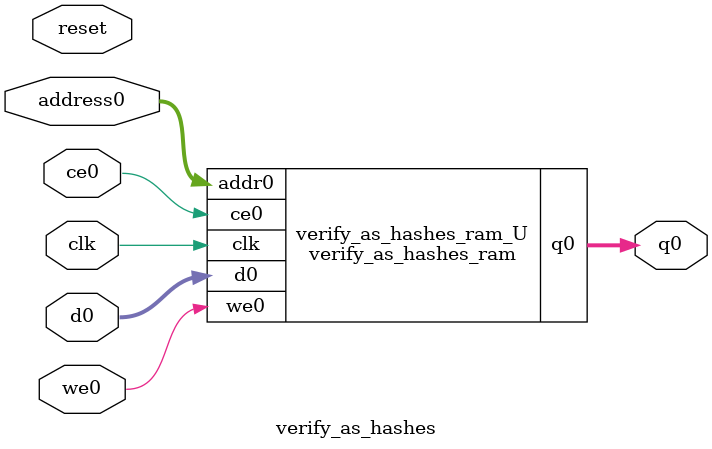
<source format=v>
`timescale 1 ns / 1 ps
module verify_as_hashes_ram (addr0, ce0, d0, we0, q0,  clk);

parameter DWIDTH = 8;
parameter AWIDTH = 15;
parameter MEM_SIZE = 21024;

input[AWIDTH-1:0] addr0;
input ce0;
input[DWIDTH-1:0] d0;
input we0;
output reg[DWIDTH-1:0] q0;
input clk;

(* ram_style = "block" *)reg [DWIDTH-1:0] ram[0:MEM_SIZE-1];




always @(posedge clk)  
begin 
    if (ce0) begin
        if (we0) 
            ram[addr0] <= d0; 
        q0 <= ram[addr0];
    end
end


endmodule

`timescale 1 ns / 1 ps
module verify_as_hashes(
    reset,
    clk,
    address0,
    ce0,
    we0,
    d0,
    q0);

parameter DataWidth = 32'd8;
parameter AddressRange = 32'd21024;
parameter AddressWidth = 32'd15;
input reset;
input clk;
input[AddressWidth - 1:0] address0;
input ce0;
input we0;
input[DataWidth - 1:0] d0;
output[DataWidth - 1:0] q0;



verify_as_hashes_ram verify_as_hashes_ram_U(
    .clk( clk ),
    .addr0( address0 ),
    .ce0( ce0 ),
    .we0( we0 ),
    .d0( d0 ),
    .q0( q0 ));

endmodule


</source>
